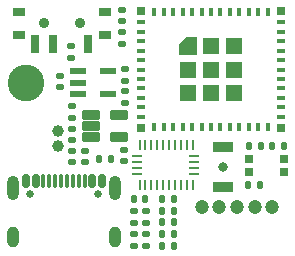
<source format=gbr>
%TF.GenerationSoftware,KiCad,Pcbnew,8.0.6-8.0.6-0~ubuntu24.04.1*%
%TF.CreationDate,2024-11-07T17:00:29-08:00*%
%TF.ProjectId,uSlime,75536c69-6d65-42e6-9b69-6361645f7063,rev?*%
%TF.SameCoordinates,Original*%
%TF.FileFunction,Soldermask,Top*%
%TF.FilePolarity,Negative*%
%FSLAX46Y46*%
G04 Gerber Fmt 4.6, Leading zero omitted, Abs format (unit mm)*
G04 Created by KiCad (PCBNEW 8.0.6-8.0.6-0~ubuntu24.04.1) date 2024-11-07 17:00:29*
%MOMM*%
%LPD*%
G01*
G04 APERTURE LIST*
G04 Aperture macros list*
%AMRoundRect*
0 Rectangle with rounded corners*
0 $1 Rounding radius*
0 $2 $3 $4 $5 $6 $7 $8 $9 X,Y pos of 4 corners*
0 Add a 4 corners polygon primitive as box body*
4,1,4,$2,$3,$4,$5,$6,$7,$8,$9,$2,$3,0*
0 Add four circle primitives for the rounded corners*
1,1,$1+$1,$2,$3*
1,1,$1+$1,$4,$5*
1,1,$1+$1,$6,$7*
1,1,$1+$1,$8,$9*
0 Add four rect primitives between the rounded corners*
20,1,$1+$1,$2,$3,$4,$5,0*
20,1,$1+$1,$4,$5,$6,$7,0*
20,1,$1+$1,$6,$7,$8,$9,0*
20,1,$1+$1,$8,$9,$2,$3,0*%
%AMFreePoly0*
4,1,6,0.725000,-0.725000,-0.725000,-0.725000,-0.725000,0.125000,-0.125000,0.725000,0.725000,0.725000,0.725000,-0.725000,0.725000,-0.725000,$1*%
G04 Aperture macros list end*
%ADD10RoundRect,0.147500X-0.172500X0.147500X-0.172500X-0.147500X0.172500X-0.147500X0.172500X0.147500X0*%
%ADD11C,1.200000*%
%ADD12RoundRect,0.135000X-0.135000X-0.185000X0.135000X-0.185000X0.135000X0.185000X-0.135000X0.185000X0*%
%ADD13RoundRect,0.135000X0.135000X0.185000X-0.135000X0.185000X-0.135000X-0.185000X0.135000X-0.185000X0*%
%ADD14R,0.800000X0.700000*%
%ADD15RoundRect,0.135000X0.185000X-0.135000X0.185000X0.135000X-0.185000X0.135000X-0.185000X-0.135000X0*%
%ADD16RoundRect,0.140000X0.170000X-0.140000X0.170000X0.140000X-0.170000X0.140000X-0.170000X-0.140000X0*%
%ADD17RoundRect,0.140000X-0.170000X0.140000X-0.170000X-0.140000X0.170000X-0.140000X0.170000X0.140000X0*%
%ADD18C,0.650000*%
%ADD19RoundRect,0.150000X-0.150000X-0.425000X0.150000X-0.425000X0.150000X0.425000X-0.150000X0.425000X0*%
%ADD20RoundRect,0.075000X-0.075000X-0.500000X0.075000X-0.500000X0.075000X0.500000X-0.075000X0.500000X0*%
%ADD21O,1.000000X2.100000*%
%ADD22O,1.000000X1.800000*%
%ADD23RoundRect,0.135000X-0.185000X0.135000X-0.185000X-0.135000X0.185000X-0.135000X0.185000X0.135000X0*%
%ADD24RoundRect,0.140000X-0.140000X-0.170000X0.140000X-0.170000X0.140000X0.170000X-0.140000X0.170000X0*%
%ADD25R,0.250000X0.914400*%
%ADD26R,0.812800X0.250000*%
%ADD27C,3.100000*%
%ADD28R,1.320800X0.508000*%
%ADD29R,0.800000X0.400000*%
%ADD30R,0.400000X0.800000*%
%ADD31FreePoly0,0.000000*%
%ADD32R,1.450000X1.450000*%
%ADD33R,0.700000X0.700000*%
%ADD34C,0.900000*%
%ADD35R,0.700000X1.500000*%
%ADD36R,1.000000X0.800000*%
%ADD37C,0.800000*%
%ADD38R,1.700000X0.900000*%
%ADD39C,1.000000*%
%ADD40RoundRect,0.060300X-0.716700X0.341700X-0.716700X-0.341700X0.716700X-0.341700X0.716700X0.341700X0*%
G04 APERTURE END LIST*
D10*
%TO.C,D1*%
X7300000Y-12665000D03*
X7300000Y-13635000D03*
%TD*%
D11*
%TO.C,CN2*%
X17145000Y-17450000D03*
X18645000Y-17450000D03*
X20145000Y-17450000D03*
X21645000Y-17450000D03*
X23145000Y-17450000D03*
%TD*%
D12*
%TO.C,R16*%
X21140000Y-12250000D03*
X22160000Y-12250000D03*
%TD*%
D13*
%TO.C,R15*%
X14810000Y-18750000D03*
X13790000Y-18750000D03*
%TD*%
D14*
%TO.C,LED1*%
X21200000Y-14450000D03*
X21200000Y-13350000D03*
X24100000Y-13350000D03*
X24100000Y-14450000D03*
%TD*%
D15*
%TO.C,R9*%
X10650000Y-6760000D03*
X10650000Y-5740000D03*
%TD*%
D16*
%TO.C,C5*%
X5200000Y-7280000D03*
X5200000Y-6320000D03*
%TD*%
D12*
%TO.C,R14*%
X13790000Y-17750000D03*
X14810000Y-17750000D03*
%TD*%
D16*
%TO.C,C4*%
X10450000Y-1680000D03*
X10450000Y-720000D03*
%TD*%
D17*
%TO.C,C3*%
X6150000Y-10800000D03*
X6150000Y-11760000D03*
%TD*%
D18*
%TO.C,J1*%
X2610000Y-16295000D03*
X8390000Y-16295000D03*
D19*
X2300000Y-15220000D03*
X3100000Y-15220000D03*
D20*
X4250000Y-15220000D03*
X5250000Y-15220000D03*
X5750000Y-15220000D03*
X6750000Y-15220000D03*
D19*
X7900000Y-15220000D03*
X8700000Y-15220000D03*
X8700000Y-15220000D03*
X7900000Y-15220000D03*
D20*
X7250000Y-15220000D03*
X6250000Y-15220000D03*
X4750000Y-15220000D03*
X3750000Y-15220000D03*
D19*
X3100000Y-15220000D03*
X2300000Y-15220000D03*
D21*
X1180000Y-15795000D03*
D22*
X1180000Y-19975000D03*
D21*
X9820000Y-15795000D03*
D22*
X9820000Y-19975000D03*
%TD*%
D13*
%TO.C,R13*%
X14810000Y-16750000D03*
X13790000Y-16750000D03*
%TD*%
D15*
%TO.C,R7*%
X12450000Y-20760000D03*
X12450000Y-19740000D03*
%TD*%
D12*
%TO.C,R12*%
X23090000Y-12250000D03*
X24110000Y-12250000D03*
%TD*%
D15*
%TO.C,R5*%
X12450000Y-18760000D03*
X12450000Y-17740000D03*
%TD*%
D23*
%TO.C,R4*%
X11450000Y-17740000D03*
X11450000Y-18760000D03*
%TD*%
D10*
%TO.C,D2*%
X6150000Y-8915000D03*
X6150000Y-9885000D03*
%TD*%
D17*
%TO.C,C2*%
X10550000Y-12570000D03*
X10550000Y-13530000D03*
%TD*%
D24*
%TO.C,C7*%
X21120000Y-15550000D03*
X22080000Y-15550000D03*
%TD*%
D12*
%TO.C,R3*%
X8440000Y-13400000D03*
X9460000Y-13400000D03*
%TD*%
D15*
%TO.C,R2*%
X6100000Y-4860000D03*
X6100000Y-3840000D03*
%TD*%
D12*
%TO.C,R11*%
X13790000Y-19750000D03*
X14810000Y-19750000D03*
%TD*%
D25*
%TO.C,U5*%
X11902600Y-12222670D03*
D26*
X11711600Y-13150000D03*
X11711600Y-13653070D03*
X11711600Y-14153070D03*
X11711600Y-14653060D03*
D25*
X11902600Y-15575470D03*
X12402600Y-15575470D03*
X12902600Y-15575470D03*
X13402600Y-15575470D03*
X13902600Y-15575470D03*
X14402600Y-15575470D03*
X14902600Y-15575470D03*
X15402600Y-15575470D03*
X15902600Y-15575470D03*
X16410600Y-15575470D03*
D26*
X16537600Y-14653070D03*
X16537600Y-14153070D03*
X16537600Y-13653070D03*
X16537600Y-13150000D03*
D25*
X16410600Y-12222670D03*
X15902600Y-12222670D03*
X15402600Y-12222670D03*
X14902600Y-12222670D03*
X14402600Y-12222670D03*
X13902600Y-12222670D03*
X13402600Y-12222670D03*
X12902600Y-12222670D03*
X12402600Y-12222670D03*
%TD*%
D23*
%TO.C,R6*%
X10650000Y-7640000D03*
X10650000Y-8660000D03*
%TD*%
D24*
%TO.C,C1*%
X11420000Y-16750000D03*
X12380000Y-16750000D03*
%TD*%
D23*
%TO.C,R8*%
X11450000Y-19740000D03*
X11450000Y-20760000D03*
%TD*%
D27*
%TO.C,*%
X2250000Y-6950000D03*
%TD*%
D28*
%TO.C,U1*%
X6654600Y-5949999D03*
X6654600Y-6900000D03*
X6654600Y-7850001D03*
X9245400Y-7850001D03*
X9245400Y-5949999D03*
%TD*%
D15*
%TO.C,R1*%
X10450000Y-3610000D03*
X10450000Y-2590000D03*
%TD*%
D29*
%TO.C,U4*%
X12050000Y-1800000D03*
X12050000Y-2600000D03*
X12050000Y-3400000D03*
X12050000Y-4200000D03*
X12050000Y-5000000D03*
X12050000Y-5800000D03*
X12050000Y-6600000D03*
X12050000Y-7400000D03*
X12050000Y-8200000D03*
X12050000Y-9000000D03*
X12050000Y-9800000D03*
D30*
X13150000Y-10700000D03*
X13950000Y-10700000D03*
X14750000Y-10700000D03*
X15550000Y-10700000D03*
X16350000Y-10700000D03*
X17150000Y-10700000D03*
X17950000Y-10700000D03*
X18750000Y-10700000D03*
X19550000Y-10700000D03*
X20350000Y-10700000D03*
X21150000Y-10700000D03*
X21950000Y-10700000D03*
X22750000Y-10700000D03*
D29*
X23850000Y-9800000D03*
X23850000Y-9000000D03*
X23850000Y-8200000D03*
X23850000Y-7400000D03*
X23850000Y-6600000D03*
X23850000Y-5800000D03*
X23850000Y-5000000D03*
X23850000Y-4200000D03*
X23850000Y-3400000D03*
X23850000Y-2600000D03*
X23850000Y-1800000D03*
D30*
X22750000Y-900000D03*
X21950000Y-900000D03*
X21150000Y-900000D03*
X20350000Y-900000D03*
X19550000Y-900000D03*
X18750000Y-900000D03*
X17950000Y-900000D03*
X17150000Y-900000D03*
X16350000Y-900000D03*
X15550000Y-900000D03*
X14750000Y-900000D03*
X13950000Y-900000D03*
X13150000Y-900000D03*
D31*
X15975000Y-3825000D03*
D32*
X15975000Y-5800000D03*
X15975000Y-7775000D03*
X17950000Y-3825000D03*
X17950000Y-5800000D03*
X17950000Y-7775000D03*
X19925000Y-3825000D03*
X19925000Y-5800000D03*
X19925000Y-7775000D03*
D33*
X23900000Y-850000D03*
X23900000Y-10750000D03*
X12000000Y-10750000D03*
X12000000Y-850000D03*
%TD*%
D12*
%TO.C,R10*%
X13790000Y-20750000D03*
X14810000Y-20750000D03*
%TD*%
D34*
%TO.C,U2*%
X6825000Y-1875000D03*
X3825000Y-1875000D03*
D35*
X4575000Y-3625000D03*
D36*
X8975000Y-2840000D03*
X8975000Y-910000D03*
X1675000Y-2840000D03*
X1675000Y-910000D03*
D35*
X3075000Y-3625000D03*
X7575000Y-3625000D03*
%TD*%
D37*
%TO.C,RESET1*%
X19000000Y-14050000D03*
D38*
X19000000Y-15750000D03*
X19000000Y-12350000D03*
%TD*%
D39*
%TO.C,CN1*%
X4969000Y-11025000D03*
X4969000Y-12275000D03*
%TD*%
D40*
%TO.C,U3*%
X7765000Y-9650000D03*
X7765000Y-10600000D03*
X7765000Y-11550000D03*
X10135000Y-11550000D03*
X10135000Y-9650000D03*
%TD*%
D16*
%TO.C,C6*%
X6150000Y-13630000D03*
X6150000Y-12670000D03*
%TD*%
M02*

</source>
